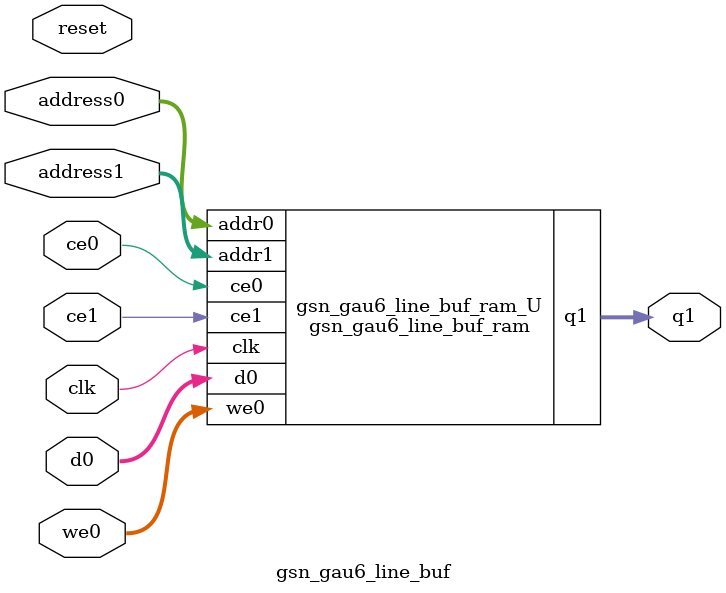
<source format=v>
`timescale 1 ns / 1 ps
module gsn_gau6_line_buf_ram (addr0, ce0, d0, we0, addr1, ce1, q1,  clk);

parameter DWIDTH = 24;
parameter AWIDTH = 9;
parameter MEM_SIZE = 512;
parameter COL_WIDTH = 8;
parameter NUM_COL = (DWIDTH/COL_WIDTH);

input[AWIDTH-1:0] addr0;
input ce0;
input[DWIDTH-1:0] d0;
input [NUM_COL-1:0] we0;
input[AWIDTH-1:0] addr1;
input ce1;
output reg[DWIDTH-1:0] q1;
input clk;

(* ram_style = "block" *)reg [DWIDTH-1:0] ram[0:MEM_SIZE-1];



genvar i;

generate
    for (i=0;i<NUM_COL;i=i+1) begin
        always @(posedge clk) begin
            if (ce0) begin
                if (we0[i])
                    ram[addr0][i*COL_WIDTH +: COL_WIDTH] <= d0[i*COL_WIDTH +: COL_WIDTH]; 
            end
        end
    end
endgenerate


always @(posedge clk) begin
    if (ce1) begin
        q1 <= ram[addr1];
    end
end


endmodule

`timescale 1 ns / 1 ps
module gsn_gau6_line_buf(
    reset,
    clk,
    address0,
    ce0,
    we0,
    d0,
    address1,
    ce1,
    q1);

parameter DataWidth = 32'd24;
parameter AddressRange = 32'd512;
parameter AddressWidth = 32'd9;
input reset;
input clk;
input[AddressWidth - 1:0] address0;
input ce0;
input[DataWidth/8 - 1:0] we0;
input[DataWidth - 1:0] d0;
input[AddressWidth - 1:0] address1;
input ce1;
output[DataWidth - 1:0] q1;



gsn_gau6_line_buf_ram gsn_gau6_line_buf_ram_U(
    .clk( clk ),
    .addr0( address0 ),
    .ce0( ce0 ),
    .we0( we0 ),
    .d0( d0 ),
    .addr1( address1 ),
    .ce1( ce1 ),
    .q1( q1 ));

endmodule


</source>
